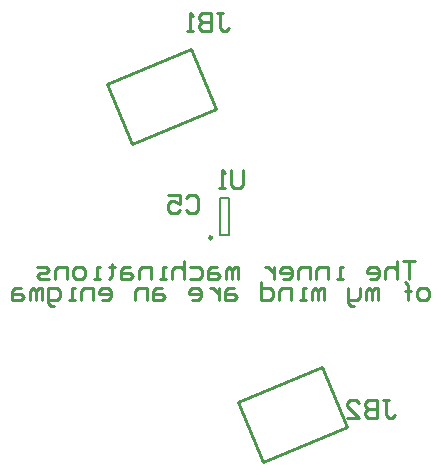
<source format=gbo>
G04 Layer_Color=13813960*
%FSLAX25Y25*%
%MOIN*%
G70*
G01*
G75*
%ADD26C,0.01000*%
%ADD27C,0.00787*%
%ADD44C,0.00984*%
D26*
X329691Y278353D02*
X337978Y258348D01*
X309970Y246747D02*
X337978Y258348D01*
X301684Y266752D02*
X309970Y246747D01*
X301684Y266752D02*
X329691Y278353D01*
X258085Y372754D02*
X266372Y352749D01*
X258085Y372754D02*
X286092Y384355D01*
X294379Y364350D01*
X266372Y352749D02*
X294379Y364350D01*
X364355Y300787D02*
X362355D01*
X361356Y301787D01*
Y303786D01*
X362355Y304786D01*
X364355D01*
X365354Y303786D01*
Y301787D01*
X364355Y300787D01*
X358357D02*
Y305786D01*
Y303786D01*
X359356D01*
X357357D01*
X358357D01*
Y305786D01*
X357357Y306785D01*
X348360Y300787D02*
Y304786D01*
X347360D01*
X346360Y303786D01*
Y300787D01*
Y303786D01*
X345361Y304786D01*
X344361Y303786D01*
Y300787D01*
X342362Y304786D02*
Y301787D01*
X341362Y300787D01*
X338363D01*
Y299788D01*
X339363Y298788D01*
X340362D01*
X338363Y300787D02*
Y304786D01*
X330366Y300787D02*
Y304786D01*
X329366D01*
X328366Y303786D01*
Y300787D01*
Y303786D01*
X327367Y304786D01*
X326367Y303786D01*
Y300787D01*
X324368D02*
X322368D01*
X323368D01*
Y304786D01*
X324368D01*
X319369Y300787D02*
Y304786D01*
X316370D01*
X315370Y303786D01*
Y300787D01*
X309372Y306785D02*
Y300787D01*
X312371D01*
X313371Y301787D01*
Y303786D01*
X312371Y304786D01*
X309372D01*
X300375D02*
X298376D01*
X297376Y303786D01*
Y300787D01*
X300375D01*
X301375Y301787D01*
X300375Y302787D01*
X297376D01*
X295377Y304786D02*
Y300787D01*
Y302787D01*
X294377Y303786D01*
X293378Y304786D01*
X292378D01*
X286380Y300787D02*
X288379D01*
X289379Y301787D01*
Y303786D01*
X288379Y304786D01*
X286380D01*
X285380Y303786D01*
Y302787D01*
X289379D01*
X276383Y304786D02*
X274384D01*
X273384Y303786D01*
Y300787D01*
X276383D01*
X277383Y301787D01*
X276383Y302787D01*
X273384D01*
X271385Y300787D02*
Y304786D01*
X268386D01*
X267386Y303786D01*
Y300787D01*
X256390D02*
X258389D01*
X259389Y301787D01*
Y303786D01*
X258389Y304786D01*
X256390D01*
X255390Y303786D01*
Y302787D01*
X259389D01*
X253391Y300787D02*
Y304786D01*
X250392D01*
X249392Y303786D01*
Y300787D01*
X247393D02*
X245393D01*
X246393D01*
Y304786D01*
X247393D01*
X240395Y298788D02*
X239395D01*
X238395Y299788D01*
Y304786D01*
X241394D01*
X242394Y303786D01*
Y301787D01*
X241394Y300787D01*
X238395D01*
X236396D02*
Y304786D01*
X235396D01*
X234397Y303786D01*
Y300787D01*
Y303786D01*
X233397Y304786D01*
X232397Y303786D01*
Y300787D01*
X229398Y304786D02*
X227399D01*
X226399Y303786D01*
Y300787D01*
X229398D01*
X230398Y301787D01*
X229398Y302787D01*
X226399D01*
X349938Y267415D02*
X351938D01*
X350938D01*
Y262417D01*
X351938Y261417D01*
X352937D01*
X353937Y262417D01*
X347939Y267415D02*
Y261417D01*
X344940D01*
X343940Y262417D01*
Y263417D01*
X344940Y264416D01*
X347939D01*
X344940D01*
X343940Y265416D01*
Y266416D01*
X344940Y267415D01*
X347939D01*
X337942Y261417D02*
X341941D01*
X337942Y265416D01*
Y266416D01*
X338942Y267415D01*
X340941D01*
X341941Y266416D01*
X284308Y334848D02*
X285307Y335848D01*
X287307D01*
X288306Y334848D01*
Y330849D01*
X287307Y329850D01*
X285307D01*
X284308Y330849D01*
X278309Y335848D02*
X282308D01*
Y332849D01*
X280309Y333848D01*
X279309D01*
X278309Y332849D01*
Y330849D01*
X279309Y329850D01*
X281309D01*
X282308Y330849D01*
X303257Y344297D02*
Y339299D01*
X302257Y338299D01*
X300258D01*
X299258Y339299D01*
Y344297D01*
X297259Y338299D02*
X295259D01*
X296259D01*
Y344297D01*
X297259Y343298D01*
X294582Y396563D02*
X296581D01*
X295582D01*
Y391564D01*
X296581Y390565D01*
X297581D01*
X298581Y391564D01*
X292583Y396563D02*
Y390565D01*
X289583D01*
X288584Y391564D01*
Y392564D01*
X289583Y393564D01*
X292583D01*
X289583D01*
X288584Y394563D01*
Y395563D01*
X289583Y396563D01*
X292583D01*
X286584Y390565D02*
X284585D01*
X285585D01*
Y396563D01*
X286584Y395563D01*
X360630Y313872D02*
X356631D01*
X358631D01*
Y307874D01*
X354632Y313872D02*
Y307874D01*
Y310873D01*
X353632Y311873D01*
X351633D01*
X350633Y310873D01*
Y307874D01*
X345635D02*
X347634D01*
X348634Y308874D01*
Y310873D01*
X347634Y311873D01*
X345635D01*
X344635Y310873D01*
Y309873D01*
X348634D01*
X336638Y307874D02*
X334638D01*
X335638D01*
Y311873D01*
X336638D01*
X331639Y307874D02*
Y311873D01*
X328640D01*
X327641Y310873D01*
Y307874D01*
X325641D02*
Y311873D01*
X322642D01*
X321642Y310873D01*
Y307874D01*
X316644D02*
X318643D01*
X319643Y308874D01*
Y310873D01*
X318643Y311873D01*
X316644D01*
X315645Y310873D01*
Y309873D01*
X319643D01*
X313645Y311873D02*
Y307874D01*
Y309873D01*
X312645Y310873D01*
X311646Y311873D01*
X310646D01*
X301649Y307874D02*
Y311873D01*
X300649D01*
X299650Y310873D01*
Y307874D01*
Y310873D01*
X298650Y311873D01*
X297650Y310873D01*
Y307874D01*
X294651Y311873D02*
X292652D01*
X291652Y310873D01*
Y307874D01*
X294651D01*
X295651Y308874D01*
X294651Y309873D01*
X291652D01*
X285654Y311873D02*
X288653D01*
X289653Y310873D01*
Y308874D01*
X288653Y307874D01*
X285654D01*
X283655Y313872D02*
Y307874D01*
Y310873D01*
X282655Y311873D01*
X280656D01*
X279656Y310873D01*
Y307874D01*
X277657D02*
X275657D01*
X276657D01*
Y311873D01*
X277657D01*
X272658Y307874D02*
Y311873D01*
X269659D01*
X268660Y310873D01*
Y307874D01*
X265661Y311873D02*
X263661D01*
X262662Y310873D01*
Y307874D01*
X265661D01*
X266660Y308874D01*
X265661Y309873D01*
X262662D01*
X259663Y312872D02*
Y311873D01*
X260662D01*
X258663D01*
X259663D01*
Y308874D01*
X258663Y307874D01*
X255664D02*
X253664D01*
X254664D01*
Y311873D01*
X255664D01*
X249666Y307874D02*
X247667D01*
X246667Y308874D01*
Y310873D01*
X247667Y311873D01*
X249666D01*
X250665Y310873D01*
Y308874D01*
X249666Y307874D01*
X244667D02*
Y311873D01*
X241668D01*
X240669Y310873D01*
Y307874D01*
X238669D02*
X235670D01*
X234671Y308874D01*
X235670Y309873D01*
X237670D01*
X238669Y310873D01*
X237670Y311873D01*
X234671D01*
D27*
X298622Y322638D02*
Y334842D01*
X295866Y322638D02*
Y334842D01*
X298622D01*
X295866Y322638D02*
X298622D01*
D44*
X293012Y321555D02*
G03*
X293012Y321555I-492J0D01*
G01*
M02*

</source>
